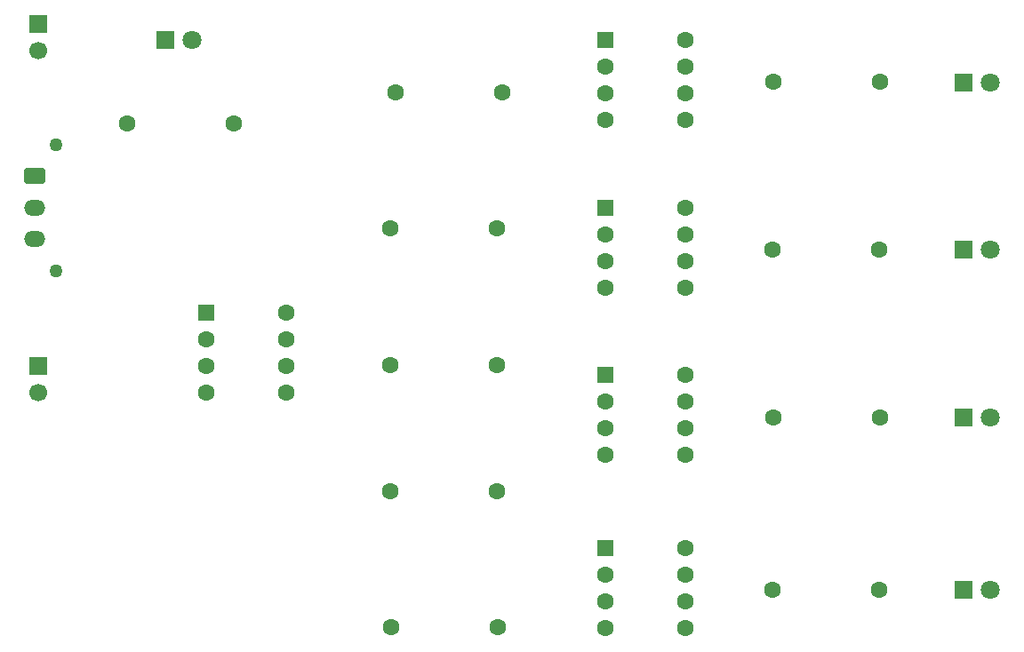
<source format=gbr>
%TF.GenerationSoftware,KiCad,Pcbnew,9.0.4*%
%TF.CreationDate,2025-10-16T13:31:45+09:00*%
%TF.ProjectId,HAM_Seminiar_Opamp,48414d5f-5365-46d6-996e-6961725f4f70,rev?*%
%TF.SameCoordinates,Original*%
%TF.FileFunction,Soldermask,Bot*%
%TF.FilePolarity,Negative*%
%FSLAX46Y46*%
G04 Gerber Fmt 4.6, Leading zero omitted, Abs format (unit mm)*
G04 Created by KiCad (PCBNEW 9.0.4) date 2025-10-16 13:31:45*
%MOMM*%
%LPD*%
G01*
G04 APERTURE LIST*
G04 Aperture macros list*
%AMRoundRect*
0 Rectangle with rounded corners*
0 $1 Rounding radius*
0 $2 $3 $4 $5 $6 $7 $8 $9 X,Y pos of 4 corners*
0 Add a 4 corners polygon primitive as box body*
4,1,4,$2,$3,$4,$5,$6,$7,$8,$9,$2,$3,0*
0 Add four circle primitives for the rounded corners*
1,1,$1+$1,$2,$3*
1,1,$1+$1,$4,$5*
1,1,$1+$1,$6,$7*
1,1,$1+$1,$8,$9*
0 Add four rect primitives between the rounded corners*
20,1,$1+$1,$2,$3,$4,$5,0*
20,1,$1+$1,$4,$5,$6,$7,0*
20,1,$1+$1,$6,$7,$8,$9,0*
20,1,$1+$1,$8,$9,$2,$3,0*%
G04 Aperture macros list end*
%ADD10R,1.800000X1.800000*%
%ADD11C,1.800000*%
%ADD12RoundRect,0.250000X-0.550000X-0.550000X0.550000X-0.550000X0.550000X0.550000X-0.550000X0.550000X0*%
%ADD13C,1.600000*%
%ADD14R,1.700000X1.700000*%
%ADD15C,1.700000*%
%ADD16C,1.270000*%
%ADD17RoundRect,0.250001X-0.759999X0.499999X-0.759999X-0.499999X0.759999X-0.499999X0.759999X0.499999X0*%
%ADD18O,2.020000X1.500000*%
G04 APERTURE END LIST*
D10*
%TO.C,D1*%
X164460000Y-76080000D03*
D11*
X167000000Y-76080000D03*
%TD*%
D12*
%TO.C,U1*%
X92380000Y-98000000D03*
D13*
X92380000Y-100540000D03*
X92380000Y-103080000D03*
X92380000Y-105620000D03*
X100000000Y-105620000D03*
X100000000Y-103080000D03*
X100000000Y-100540000D03*
X100000000Y-98000000D03*
%TD*%
%TO.C,R10*%
X95000000Y-80000000D03*
X84840000Y-80000000D03*
%TD*%
%TO.C,R2*%
X109840000Y-90000000D03*
X120000000Y-90000000D03*
%TD*%
%TO.C,R3*%
X109840000Y-103000000D03*
X120000000Y-103000000D03*
%TD*%
D10*
%TO.C,D4*%
X164460000Y-124460000D03*
D11*
X167000000Y-124460000D03*
%TD*%
D13*
%TO.C,R9*%
X146300000Y-124460000D03*
X156460000Y-124460000D03*
%TD*%
D10*
%TO.C,D2*%
X164460000Y-92000000D03*
D11*
X167000000Y-92000000D03*
%TD*%
D13*
%TO.C,R6*%
X146380000Y-76000000D03*
X156540000Y-76000000D03*
%TD*%
%TO.C,R7*%
X146300000Y-92000000D03*
X156460000Y-92000000D03*
%TD*%
D14*
%TO.C,J1*%
X76380000Y-103080000D03*
D15*
X76380000Y-105620000D03*
%TD*%
D12*
%TO.C,U3*%
X130380000Y-72000000D03*
D13*
X130380000Y-74540000D03*
X130380000Y-77080000D03*
X130380000Y-79620000D03*
X138000000Y-79620000D03*
X138000000Y-77080000D03*
X138000000Y-74540000D03*
X138000000Y-72000000D03*
%TD*%
%TO.C,R5*%
X109920000Y-128000000D03*
X120080000Y-128000000D03*
%TD*%
D12*
%TO.C,U5*%
X130380000Y-88000000D03*
D13*
X130380000Y-90540000D03*
X130380000Y-93080000D03*
X130380000Y-95620000D03*
X138000000Y-95620000D03*
X138000000Y-93080000D03*
X138000000Y-90540000D03*
X138000000Y-88000000D03*
%TD*%
%TO.C,R1*%
X110380000Y-77000000D03*
X120540000Y-77000000D03*
%TD*%
%TO.C,R8*%
X146380000Y-108000000D03*
X156540000Y-108000000D03*
%TD*%
D12*
%TO.C,U4*%
X130380000Y-103920000D03*
D13*
X130380000Y-106460000D03*
X130380000Y-109000000D03*
X130380000Y-111540000D03*
X138000000Y-111540000D03*
X138000000Y-109000000D03*
X138000000Y-106460000D03*
X138000000Y-103920000D03*
%TD*%
D16*
%TO.C,SW1*%
X78000000Y-82000000D03*
X78000000Y-94000000D03*
D17*
X76040000Y-85000000D03*
D18*
X76040000Y-88000000D03*
X76040000Y-91000000D03*
%TD*%
D12*
%TO.C,U6*%
X130380000Y-120460000D03*
D13*
X130380000Y-123000000D03*
X130380000Y-125540000D03*
X130380000Y-128080000D03*
X138000000Y-128080000D03*
X138000000Y-125540000D03*
X138000000Y-123000000D03*
X138000000Y-120460000D03*
%TD*%
D10*
%TO.C,D5*%
X88460000Y-72000000D03*
D11*
X91000000Y-72000000D03*
%TD*%
D14*
%TO.C,BT1*%
X76380000Y-70540000D03*
D15*
X76380000Y-73080000D03*
%TD*%
D10*
%TO.C,D3*%
X164460000Y-108000000D03*
D11*
X167000000Y-108000000D03*
%TD*%
D13*
%TO.C,R4*%
X109840000Y-115000000D03*
X120000000Y-115000000D03*
%TD*%
M02*

</source>
